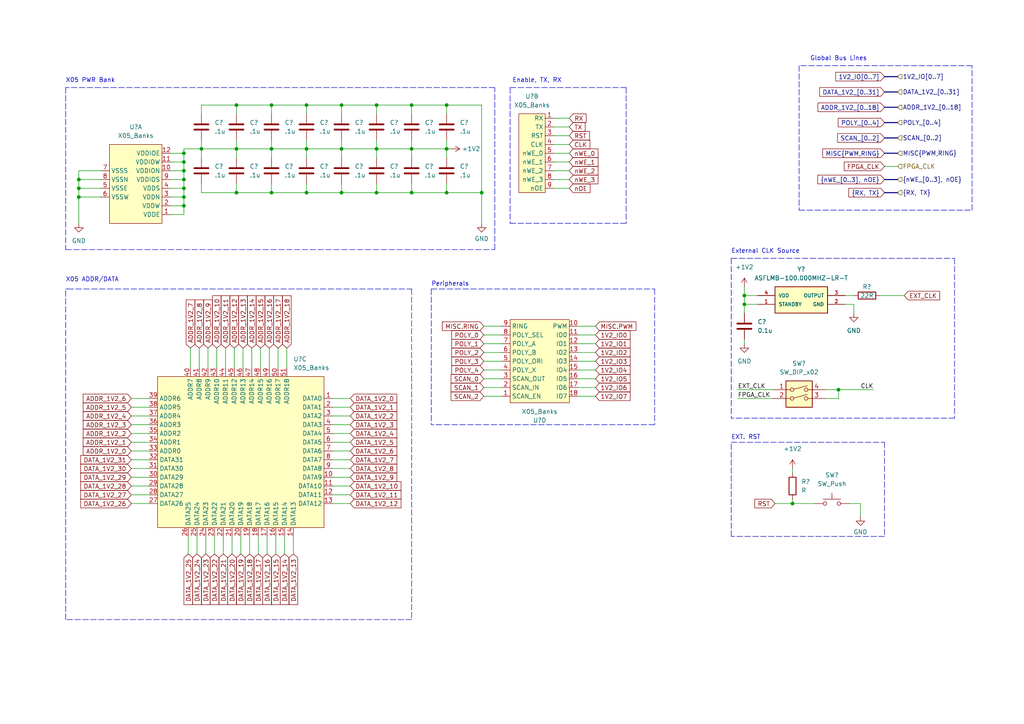
<source format=kicad_sch>
(kicad_sch (version 20211123) (generator eeschema)
  (paper "A4")
  (lib_symbols
    (symbol "AFTx05n:X05_Banks"
      (property "Reference" "U?" (at 0 10.16 0))
      (property "Value" "X05_Banks" (at 0 12.7 0))
      (symbol "X05_Banks_1_1"
        (rectangle (start -7.62 8.89) (end 7.62 -8.89) (fill (type background)))
        (pin input line (at -10.16 6.35 0) (length 2.54) (name "VDDE") (number "1"))
        (pin output line (at 10.16 1.27 180) (length 2.54) (name "VDDION") (number "10"))
        (pin output line (at 10.16 3.81 180) (length 2.54) (name "VDDIOW") (number "11"))
        (pin output line (at 10.16 6.35 180) (length 2.54) (name "VDDIOE") (number "12"))
        (pin input line (at -10.16 3.81 0) (length 2.54) (name "VDDW") (number "2"))
        (pin input line (at -10.16 1.27 0) (length 2.54) (name "VDDN") (number "3"))
        (pin input line (at -10.16 -1.27 0) (length 2.54) (name "VDDS") (number "4"))
        (pin input line (at -10.16 -3.81 0) (length 2.54) (name "VSSE") (number "5"))
        (pin input line (at -10.16 -6.35 0) (length 2.54) (name "VSSW") (number "6"))
        (pin input line (at 10.16 -6.35 180) (length 2.54) (name "VSSS") (number "7"))
        (pin input line (at 10.16 -3.81 180) (length 2.54) (name "VSSN") (number "8"))
        (pin output line (at 10.16 -1.27 180) (length 2.54) (name "VDDIOS") (number "9"))
      )
      (symbol "X05_Banks_2_1"
        (rectangle (start -3.81 8.89) (end 3.81 -13.97) (fill (type background)))
        (pin input line (at 6.35 7.62 180) (length 2.54) (name "RX") (number "1"))
        (pin output line (at 6.35 5.08 180) (length 2.54) (name "TX") (number "2"))
        (pin input line (at 6.35 2.54 180) (length 2.54) (name "RST") (number "3"))
        (pin input line (at 6.35 0 180) (length 2.54) (name "CLK") (number "4"))
        (pin input line (at 6.35 -2.54 180) (length 2.54) (name "nWE_0") (number "5"))
        (pin input line (at 6.35 -5.08 180) (length 2.54) (name "nWE_1") (number "6"))
        (pin input line (at 6.35 -7.62 180) (length 2.54) (name "nWE_2") (number "7"))
        (pin input line (at 6.35 -10.16 180) (length 2.54) (name "nWE_3") (number "8"))
        (pin input line (at 6.35 -12.7 180) (length 2.54) (name "nOE") (number "9"))
      )
      (symbol "X05_Banks_3_1"
        (rectangle (start -23.495 33.655) (end 24.765 -10.16) (fill (type background)))
        (pin bidirectional line (at 27.305 27.305 180) (length 2.54) (name "DATA0") (number "1"))
        (pin bidirectional line (at 27.305 4.445 180) (length 2.54) (name "DATA9") (number "10"))
        (pin bidirectional line (at 27.305 1.905 180) (length 2.54) (name "DATA10") (number "11"))
        (pin bidirectional line (at 27.305 -0.635 180) (length 2.54) (name "DATA11") (number "12"))
        (pin bidirectional line (at 27.305 -3.175 180) (length 2.54) (name "DATA12") (number "13"))
        (pin bidirectional line (at 15.875 -12.7 90) (length 2.54) (name "DATA13") (number "14"))
        (pin bidirectional line (at 13.335 -12.7 90) (length 2.54) (name "DATA14") (number "15"))
        (pin bidirectional line (at 10.795 -12.7 90) (length 2.54) (name "DATA15") (number "16"))
        (pin bidirectional line (at 8.255 -12.7 90) (length 2.54) (name "DATA16") (number "17"))
        (pin bidirectional line (at 5.715 -12.7 90) (length 2.54) (name "DATA17") (number "18"))
        (pin bidirectional line (at 3.175 -12.7 90) (length 2.54) (name "DATA18") (number "19"))
        (pin bidirectional line (at 27.305 24.765 180) (length 2.54) (name "DATA1") (number "2"))
        (pin bidirectional line (at 0.635 -12.7 90) (length 2.54) (name "DATA19") (number "20"))
        (pin bidirectional line (at -1.905 -12.7 90) (length 2.54) (name "DATA20") (number "21"))
        (pin bidirectional line (at -4.445 -12.7 90) (length 2.54) (name "DATA21") (number "22"))
        (pin bidirectional line (at -6.985 -12.7 90) (length 2.54) (name "DATA22") (number "23"))
        (pin bidirectional line (at -9.525 -12.7 90) (length 2.54) (name "DATA23") (number "24"))
        (pin bidirectional line (at -12.065 -12.7 90) (length 2.54) (name "DATA24") (number "25"))
        (pin bidirectional line (at -14.605 -12.7 90) (length 2.54) (name "DATA25") (number "26"))
        (pin bidirectional line (at -26.035 -3.175 0) (length 2.54) (name "DATA26") (number "27"))
        (pin bidirectional line (at -26.035 -0.635 0) (length 2.54) (name "DATA27") (number "28"))
        (pin bidirectional line (at -26.035 1.905 0) (length 2.54) (name "DATA28") (number "29"))
        (pin bidirectional line (at 27.305 22.225 180) (length 2.54) (name "DATA2") (number "3"))
        (pin bidirectional line (at -26.035 4.445 0) (length 2.54) (name "DATA29") (number "30"))
        (pin bidirectional line (at -26.035 6.985 0) (length 2.54) (name "DATA30") (number "31"))
        (pin bidirectional line (at -26.035 9.525 0) (length 2.54) (name "DATA31") (number "32"))
        (pin bidirectional line (at -26.035 12.065 0) (length 2.54) (name "ADDR0") (number "33"))
        (pin bidirectional line (at -26.035 14.605 0) (length 2.54) (name "ADDR1") (number "34"))
        (pin bidirectional line (at -26.035 17.145 0) (length 2.54) (name "ADDR2") (number "35"))
        (pin bidirectional line (at -26.035 19.685 0) (length 2.54) (name "ADDR3") (number "36"))
        (pin bidirectional line (at -26.035 22.225 0) (length 2.54) (name "ADDR4") (number "37"))
        (pin bidirectional line (at -26.035 24.765 0) (length 2.54) (name "ADDR5") (number "38"))
        (pin bidirectional line (at -26.035 27.305 0) (length 2.54) (name "ADDR6") (number "39"))
        (pin bidirectional line (at 27.305 19.685 180) (length 2.54) (name "DATA3") (number "4"))
        (pin bidirectional line (at -13.97 36.195 270) (length 2.54) (name "ADDR7") (number "40"))
        (pin bidirectional line (at -11.43 36.195 270) (length 2.54) (name "ADDR8") (number "41"))
        (pin bidirectional line (at -8.89 36.195 270) (length 2.54) (name "ADDR9") (number "42"))
        (pin bidirectional line (at -6.35 36.195 270) (length 2.54) (name "ADDR10") (number "43"))
        (pin bidirectional line (at -3.81 36.195 270) (length 2.54) (name "ADDR11") (number "44"))
        (pin bidirectional line (at -1.27 36.195 270) (length 2.54) (name "ADDR12") (number "45"))
        (pin bidirectional line (at 1.27 36.195 270) (length 2.54) (name "ADDR13") (number "46"))
        (pin bidirectional line (at 3.81 36.195 270) (length 2.54) (name "ADDR14") (number "47"))
        (pin bidirectional line (at 6.35 36.195 270) (length 2.54) (name "ADDR15") (number "48"))
        (pin bidirectional line (at 8.89 36.195 270) (length 2.54) (name "ADDR16") (number "49"))
        (pin bidirectional line (at 27.305 17.145 180) (length 2.54) (name "DATA4") (number "5"))
        (pin bidirectional line (at 11.43 36.195 270) (length 2.54) (name "ADDR17") (number "50"))
        (pin bidirectional line (at 13.97 36.195 270) (length 2.54) (name "ADDR18") (number "51"))
        (pin bidirectional line (at 27.305 14.605 180) (length 2.54) (name "DATA5") (number "6"))
        (pin bidirectional line (at 27.305 12.065 180) (length 2.54) (name "DATA6") (number "7"))
        (pin bidirectional line (at 27.305 9.525 180) (length 2.54) (name "DATA7") (number "8"))
        (pin bidirectional line (at 27.305 6.985 180) (length 2.54) (name "DATA8") (number "9"))
      )
      (symbol "X05_Banks_4_1"
        (rectangle (start -8.255 8.89) (end 8.89 -15.24) (fill (type background)))
        (pin input line (at 11.43 6.985 180) (length 2.54) (name "SCAN_EN") (number "1"))
        (pin output line (at -10.795 -13.335 0) (length 2.54) (name "PWM") (number "10"))
        (pin bidirectional line (at -10.795 -10.795 0) (length 2.54) (name "IO0") (number "11"))
        (pin bidirectional line (at -10.795 -8.255 0) (length 2.54) (name "IO1") (number "12"))
        (pin bidirectional line (at -10.795 -5.715 0) (length 2.54) (name "IO2") (number "13"))
        (pin bidirectional line (at -10.795 -3.175 0) (length 2.54) (name "IO3") (number "14"))
        (pin bidirectional line (at -10.795 -0.635 0) (length 2.54) (name "IO4") (number "15"))
        (pin bidirectional line (at -10.795 1.905 0) (length 2.54) (name "IO5") (number "16"))
        (pin bidirectional line (at -10.795 4.445 0) (length 2.54) (name "IO6") (number "17"))
        (pin bidirectional line (at -10.795 6.985 0) (length 2.54) (name "IO7") (number "18"))
        (pin input line (at 11.43 4.445 180) (length 2.54) (name "SCAN_IN") (number "2"))
        (pin output line (at 11.43 1.905 180) (length 2.54) (name "SCAN_OUT") (number "3"))
        (pin input line (at 11.43 -0.635 180) (length 2.54) (name "POLY_X") (number "4"))
        (pin input line (at 11.43 -3.175 180) (length 2.54) (name "POLY_ORI") (number "5"))
        (pin input line (at 11.43 -5.715 180) (length 2.54) (name "POLY_B") (number "6"))
        (pin input line (at 11.43 -8.255 180) (length 2.54) (name "POLY_A") (number "7"))
        (pin input line (at 11.43 -10.795 180) (length 2.54) (name "POLY_SEL") (number "8"))
        (pin output line (at 11.43 -13.335 180) (length 2.54) (name "RING") (number "9"))
      )
    )
    (symbol "Device:C" (pin_numbers hide) (pin_names (offset 0.254))
      (property "Reference" "C" (at 0.635 2.54 0))
      (property "Value" "C" (at 0.635 -2.54 0))
      (symbol "C_0_1"
        (polyline (pts (xy -2.032 -0.762) (xy 2.032 -0.762)) (stroke (width 0.508)))
        (polyline (pts (xy -2.032 0.762) (xy 2.032 0.762)) (stroke (width 0.508)))
      )
      (symbol "C_1_1"
        (pin passive line (at 0 3.81 270) (length 2.794) (name "~") (number "1"))
        (pin passive line (at 0 -3.81 90) (length 2.794) (name "~") (number "2"))
      )
    )
    (symbol "Device:R" (pin_numbers hide) (pin_names (offset 0))
      (property "Reference" "R" (at 2.032 0 90))
      (property "Value" "R" (at 0 0 90))
      (symbol "R_0_1"
        (rectangle (start -1.016 -2.54) (end 1.016 2.54) (stroke (width 0.254)))
      )
      (symbol "R_1_1"
        (pin passive line (at 0 3.81 270) (length 1.27) (name "~") (number "1"))
        (pin passive line (at 0 -3.81 90) (length 1.27) (name "~") (number "2"))
      )
    )
    (symbol "Switch:SW_DIP_x02" (pin_names (offset 0) hide)
      (property "Reference" "SW" (at 0 6.35 0))
      (property "Value" "SW_DIP_x02" (at 0 -3.81 0))
      (symbol "SW_DIP_x02_0_0"
        (circle (center -2.032 0) (radius 0.508))
        (circle (center -2.032 2.54) (radius 0.508))
        (polyline (pts (xy -1.524 0.127) (xy 2.3622 1.1684)))
        (polyline (pts (xy -1.524 2.667) (xy 2.3622 3.7084)))
        (circle (center 2.032 0) (radius 0.508))
        (circle (center 2.032 2.54) (radius 0.508))
      )
      (symbol "SW_DIP_x02_0_1"
        (rectangle (start -3.81 5.08) (end 3.81 -2.54) (stroke (width 0.254)) (fill (type background)))
      )
      (symbol "SW_DIP_x02_1_1"
        (pin passive line (at -7.62 2.54 0) (length 5.08) (name "~") (number "1"))
        (pin passive line (at -7.62 0 0) (length 5.08) (name "~") (number "2"))
        (pin passive line (at 7.62 0 180) (length 5.08) (name "~") (number "3"))
        (pin passive line (at 7.62 2.54 180) (length 5.08) (name "~") (number "4"))
      )
    )
    (symbol "Switch:SW_Push" (pin_numbers hide) (pin_names (offset 1.016) hide)
      (property "Reference" "SW" (at 1.27 2.54 0))
      (property "Value" "SW_Push" (at 0 -1.524 0))
      (symbol "SW_Push_0_1"
        (circle (center -2.032 0) (radius 0.508))
        (polyline (pts (xy 0 1.27) (xy 0 3.048)))
        (polyline (pts (xy 2.54 1.27) (xy -2.54 1.27)))
        (circle (center 2.032 0) (radius 0.508))
        (pin passive line (at -5.08 0 0) (length 2.54) (name "1") (number "1"))
        (pin passive line (at 5.08 0 180) (length 2.54) (name "2") (number "2"))
      )
    )
    (symbol "X05_Banks_1"
      (property "Reference" "U?" (at 0 13.97 0))
      (property "Value" "X05_Banks_1" (at 0 11.43 0))
      (symbol "X05_Banks_1_1_1"
        (rectangle (start -7.62 8.89) (end 7.62 -13.97) (fill (type background)))
        (pin input line (at -10.16 6.35 0) (length 2.54) (name "VDDE") (number "1"))
        (pin output line (at -10.16 -6.35 0) (length 2.54) (name "VDDION") (number "10"))
        (pin output line (at -10.16 -8.89 0) (length 2.54) (name "VDDIOW") (number "11"))
        (pin output line (at -10.16 -11.43 0) (length 2.54) (name "VDDIOE") (number "12"))
        (pin input line (at -10.16 3.81 0) (length 2.54) (name "VDDW") (number "2"))
        (pin input line (at -10.16 1.27 0) (length 2.54) (name "VDDN") (number "3"))
        (pin input line (at -10.16 -1.27 0) (length 2.54) (name "VDDS") (number "4"))
        (pin input line (at 10.16 -1.27 180) (length 2.54) (name "VSSE") (number "5"))
        (pin input line (at 10.16 1.27 180) (length 2.54) (name "VSSW") (number "6"))
        (pin input line (at 10.16 -6.35 180) (length 2.54) (name "VSSS") (number "7"))
        (pin input line (at 10.16 -3.81 180) (length 2.54) (name "VSSN") (number "8"))
        (pin output line (at -10.16 -3.81 0) (length 2.54) (name "VDDIOS") (number "9"))
      )
      (symbol "X05_Banks_1_2_1"
        (rectangle (start -3.81 8.89) (end 3.81 -13.97) (fill (type background)))
        (pin input line (at 6.35 7.62 180) (length 2.54) (name "RX") (number "1"))
        (pin output line (at 6.35 5.08 180) (length 2.54) (name "TX") (number "2"))
        (pin input line (at 6.35 2.54 180) (length 2.54) (name "RST") (number "3"))
        (pin input line (at 6.35 0 180) (length 2.54) (name "CLK") (number "4"))
        (pin input line (at 6.35 -2.54 180) (length 2.54) (name "nWE_0") (number "5"))
        (pin input line (at 6.35 -5.08 180) (length 2.54) (name "nWE_1") (number "6"))
        (pin input line (at 6.35 -7.62 180) (length 2.54) (name "nWE_2") (number "7"))
        (pin input line (at 6.35 -10.16 180) (length 2.54) (name "nWE_3") (number "8"))
        (pin input line (at 6.35 -12.7 180) (length 2.54) (name "nOE") (number "9"))
      )
      (symbol "X05_Banks_1_3_1"
        (rectangle (start -23.495 33.655) (end 24.765 -10.16) (fill (type background)))
        (pin bidirectional line (at 27.305 27.305 180) (length 2.54) (name "DATA0") (number "1"))
        (pin bidirectional line (at 27.305 4.445 180) (length 2.54) (name "DATA9") (number "10"))
        (pin bidirectional line (at 27.305 1.905 180) (length 2.54) (name "DATA10") (number "11"))
        (pin bidirectional line (at 27.305 -0.635 180) (length 2.54) (name "DATA11") (number "12"))
        (pin bidirectional line (at 27.305 -3.175 180) (length 2.54) (name "DATA12") (number "13"))
        (pin bidirectional line (at 15.875 -12.7 90) (length 2.54) (name "DATA13") (number "14"))
        (pin bidirectional line (at 13.335 -12.7 90) (length 2.54) (name "DATA14") (number "15"))
        (pin bidirectional line (at 10.795 -12.7 90) (length 2.54) (name "DATA15") (number "16"))
        (pin bidirectional line (at 8.255 -12.7 90) (length 2.54) (name "DATA16") (number "17"))
        (pin bidirectional line (at 5.715 -12.7 90) (length 2.54) (name "DATA17") (number "18"))
        (pin bidirectional line (at 3.175 -12.7 90) (length 2.54) (name "DATA18") (number "19"))
        (pin bidirectional line (at 27.305 24.765 180) (length 2.54) (name "DATA1") (number "2"))
        (pin bidirectional line (at 0.635 -12.7 90) (length 2.54) (name "DATA19") (number "20"))
        (pin bidirectional line (at -1.905 -12.7 90) (length 2.54) (name "DATA20") (number "21"))
        (pin bidirectional line (at -4.445 -12.7 90) (length 2.54) (name "DATA21") (number "22"))
        (pin bidirectional line (at -6.985 -12.7 90) (length 2.54) (name "DATA22") (number "23"))
        (pin bidirectional line (at -9.525 -12.7 90) (length 2.54) (name "DATA23") (number "24"))
        (pin bidirectional line (at -12.065 -12.7 90) (length 2.54) (name "DATA24") (number "25"))
        (pin bidirectional line (at -14.605 -12.7 90) (length 2.54) (name "DATA25") (number "26"))
        (pin bidirectional line (at -26.035 -3.175 0) (length 2.54) (name "DATA26") (number "27"))
        (pin bidirectional line (at -26.035 -0.635 0) (length 2.54) (name "DATA27") (number "28"))
        (pin bidirectional line (at -26.035 1.905 0) (length 2.54) (name "DATA28") (number "29"))
        (pin bidirectional line (at 27.305 22.225 180) (length 2.54) (name "DATA2") (number "3"))
        (pin bidirectional line (at -26.035 4.445 0) (length 2.54) (name "DATA29") (number "30"))
        (pin bidirectional line (at -26.035 6.985 0) (length 2.54) (name "DATA30") (number "31"))
        (pin bidirectional line (at -26.035 9.525 0) (length 2.54) (name "DATA31") (number "32"))
        (pin bidirectional line (at -26.035 12.065 0) (length 2.54) (name "ADDR0") (number "33"))
        (pin bidirectional line (at -26.035 14.605 0) (length 2.54) (name "ADDR1") (number "34"))
        (pin bidirectional line (at -26.035 17.145 0) (length 2.54) (name "ADDR2") (number "35"))
        (pin bidirectional line (at -26.035 19.685 0) (length 2.54) (name "ADDR3") (number "36"))
        (pin bidirectional line (at -26.035 22.225 0) (length 2.54) (name "ADDR4") (number "37"))
        (pin bidirectional line (at -26.035 24.765 0) (length 2.54) (name "ADDR5") (number "38"))
        (pin bidirectional line (at -26.035 27.305 0) (length 2.54) (name "ADDR6") (number "39"))
        (pin bidirectional line (at 27.305 19.685 180) (length 2.54) (name "DATA3") (number "4"))
        (pin bidirectional line (at -13.97 36.195 270) (length 2.54) (name "ADDR7") (number "40"))
        (pin bidirectional line (at -11.43 36.195 270) (length 2.54) (name "ADDR8") (number "41"))
        (pin bidirectional line (at -8.89 36.195 270) (length 2.54) (name "ADDR9") (number "42"))
        (pin bidirectional line (at -6.35 36.195 270) (length 2.54) (name "ADDR10") (number "43"))
        (pin bidirectional line (at -3.81 36.195 270) (length 2.54) (name "ADDR11") (number "44"))
        (pin bidirectional line (at -1.27 36.195 270) (length 2.54) (name "ADDR12") (number "45"))
        (pin bidirectional line (at 1.27 36.195 270) (length 2.54) (name "ADDR13") (number "46"))
        (pin bidirectional line (at 3.81 36.195 270) (length 2.54) (name "ADDR14") (number "47"))
        (pin bidirectional line (at 6.35 36.195 270) (length 2.54) (name "ADDR15") (number "48"))
        (pin bidirectional line (at 8.89 36.195 270) (length 2.54) (name "ADDR16") (number "49"))
        (pin bidirectional line (at 27.305 17.145 180) (length 2.54) (name "DATA4") (number "5"))
        (pin bidirectional line (at 11.43 36.195 270) (length 2.54) (name "ADDR17") (number "50"))
        (pin bidirectional line (at 13.97 36.195 270) (length 2.54) (name "ADDR18") (number "51"))
        (pin bidirectional line (at 27.305 14.605 180) (length 2.54) (name "DATA5") (number "6"))
        (pin bidirectional line (at 27.305 12.065 180) (length 2.54) (name "DATA6") (number "7"))
        (pin bidirectional line (at 27.305 9.525 180) (length 2.54) (name "DATA7") (number "8"))
        (pin bidirectional line (at 27.305 6.985 180) (length 2.54) (name "DATA8") (number "9"))
      )
      (symbol "X05_Banks_1_4_1"
        (rectangle (start -8.255 8.89) (end 8.89 -15.24) (fill (type background)))
        (pin input line (at 11.43 6.985 180) (length 2.54) (name "SCAN_EN") (number "1"))
        (pin output line (at -10.795 -13.335 0) (length 2.54) (name "PWM") (number "10"))
        (pin bidirectional line (at -10.795 -10.795 0) (length 2.54) (name "IO0") (number "11"))
        (pin bidirectional line (at -10.795 -8.255 0) (length 2.54) (name "IO1") (number "12"))
        (pin bidirectional line (at -10.795 -5.715 0) (length 2.54) (name "IO2") (number "13"))
        (pin bidirectional line (at -10.795 -3.175 0) (length 2.54) (name "IO3") (number "14"))
        (pin bidirectional line (at -10.795 -0.635 0) (length 2.54) (name "IO4") (number "15"))
        (pin bidirectional line (at -10.795 1.905 0) (length 2.54) (name "IO5") (number "16"))
        (pin bidirectional line (at -10.795 4.445 0) (length 2.54) (name "IO6") (number "17"))
        (pin bidirectional line (at -10.795 6.985 0) (length 2.54) (name "IO7") (number "18"))
        (pin input line (at 11.43 4.445 180) (length 2.54) (name "SCAN_IN") (number "2"))
        (pin output line (at 11.43 1.905 180) (length 2.54) (name "SCAN_OUT") (number "3"))
        (pin input line (at 11.43 -0.635 180) (length 2.54) (name "POLY_X") (number "4"))
        (pin input line (at 11.43 -3.175 180) (length 2.54) (name "POLY_ORI") (number "5"))
        (pin input line (at 11.43 -5.715 180) (length 2.54) (name "POLY_B") (number "6"))
        (pin input line (at 11.43 -8.255 180) (length 2.54) (name "POLY_A") (number "7"))
        (pin input line (at 11.43 -10.795 180) (length 2.54) (name "POLY_SEL") (number "8"))
        (pin output line (at 11.43 -13.335 180) (length 2.54) (name "RING") (number "9"))
      )
    )
    (symbol "X05_NewDesign_FPGA_lib:ASFLMB-100.000MHZ-LR-T" (pin_names (offset 1.016))
      (property "Reference" "Y" (at -7.62 5.08 0))
      (property "Value" "ASFLMB-100.000MHZ-LR-T" (at -7.62 -6.35 0))
      (symbol "ASFLMB-100.000MHZ-LR-T_0_0"
        (rectangle (start -7.62 3.81) (end 7.62 -3.81) (stroke (width 0.254)) (fill (type background)))
        (pin passive line (at -12.7 -1.27 0) (length 5.08) (name "STANDBY") (number "1"))
        (pin power_in line (at 12.7 -1.27 180) (length 5.08) (name "GND") (number "2"))
        (pin output line (at 12.7 1.27 180) (length 5.08) (name "OUTPUT") (number "3"))
        (pin power_in line (at -12.7 1.27 0) (length 5.08) (name "VDD") (number "4"))
      )
    )
    (symbol "power:+1V2" (power) (pin_names (offset 0))
      (property "Value" "+1V2" (at 0 3.556 0))
      (symbol "+1V2_0_1"
        (polyline (pts (xy -0.762 1.27) (xy 0 2.54)))
        (polyline (pts (xy 0 0) (xy 0 2.54)))
        (polyline (pts (xy 0 2.54) (xy 0.762 1.27)))
      )
      (symbol "+1V2_1_1"
        (pin power_in line (at 0 0 90) (length 0) hide (name "+1V2") (number "1"))
      )
    )
    (symbol "power:GND" (power) (pin_names (offset 0))
      (property "Value" "GND" (at 0 -3.81 0))
      (symbol "GND_0_1"
        (polyline (pts (xy 0 0) (xy 0 -1.27) (xy 1.27 -1.27) (xy 0 -2.54) (xy -1.27 -1.27) (xy 0 -1.27)))
      )
      (symbol "GND_1_1"
        (pin power_in line (at 0 0 270) (length 0) hide (name "GND") (number "1"))
      )
    )
  )
  (junction (at 243.205 113.03))
  (junction (at 215.9 88.265))
  (junction (at 129.54 55.88))
  (junction (at 78.74 55.88))
  (junction (at 68.58 30.48))
  (junction (at 99.06 30.48))
  (junction (at 99.06 43.18))
  (junction (at 53.34 46.99))
  (junction (at 109.22 30.48))
  (junction (at 215.9 85.725))
  (junction (at 78.74 30.48))
  (junction (at 119.38 30.48))
  (junction (at 22.86 54.61))
  (junction (at 109.22 43.18))
  (junction (at 53.34 59.69))
  (junction (at 229.87 146.05))
  (junction (at 53.34 44.45))
  (junction (at 119.38 43.18))
  (junction (at 88.9 30.48))
  (junction (at 109.22 55.88))
  (junction (at 129.54 43.18))
  (junction (at 88.9 55.88))
  (junction (at 22.86 57.15))
  (junction (at 99.06 55.88))
  (junction (at 139.7 55.88))
  (junction (at 53.34 54.61))
  (junction (at 119.38 55.88))
  (junction (at 53.34 57.15))
  (junction (at 58.42 43.18))
  (junction (at 22.86 52.07))
  (junction (at 68.58 55.88))
  (junction (at 88.9 43.18))
  (junction (at 68.58 43.18))
  (junction (at 78.74 43.18))
  (junction (at 129.54 30.48))
  (junction (at 53.34 52.07))
  (junction (at 53.34 49.53))
  (polyline (pts (xy 276.86 121.285) (xy 212.09 121.285)))
  (wire (pts (xy 165.1 54.61) (xy 160.655 54.61)))
  (polyline (pts (xy 256.54 155.575) (xy 212.09 155.575)))
  (wire (pts (xy 58.42 43.18) (xy 58.42 45.72)))
  (wire (pts (xy 58.42 43.18) (xy 68.58 43.18)))
  (wire (pts (xy 99.06 43.18) (xy 99.06 45.72)))
  (wire (pts (xy 172.72 112.395) (xy 167.64 112.395)))
  (wire (pts (xy 88.9 30.48) (xy 88.9 33.02)))
  (wire (pts (xy 246.38 146.05) (xy 249.555 146.05)))
  (wire (pts (xy 224.79 146.05) (xy 229.87 146.05)))
  (wire (pts (xy 38.1 120.65) (xy 43.18 120.65)))
  (wire (pts (xy 99.06 30.48) (xy 99.06 33.02)))
  (wire (pts (xy 62.865 100.965) (xy 62.865 106.68)))
  (wire (pts (xy 239.395 115.57) (xy 243.205 115.57)))
  (wire (pts (xy 119.38 30.48) (xy 119.38 33.02)))
  (wire (pts (xy 53.34 52.07) (xy 53.34 49.53)))
  (wire (pts (xy 38.1 143.51) (xy 43.18 143.51)))
  (wire (pts (xy 49.53 57.15) (xy 53.34 57.15)))
  (wire (pts (xy 99.06 30.48) (xy 109.22 30.48)))
  (wire (pts (xy 247.65 88.265) (xy 247.65 90.805)))
  (wire (pts (xy 140.335 99.695) (xy 145.415 99.695)))
  (wire (pts (xy 22.86 49.53) (xy 22.86 52.07)))
  (wire (pts (xy 38.1 118.11) (xy 43.18 118.11)))
  (wire (pts (xy 129.54 30.48) (xy 139.7 30.48)))
  (wire (pts (xy 78.74 30.48) (xy 88.9 30.48)))
  (wire (pts (xy 109.22 43.18) (xy 109.22 45.72)))
  (polyline (pts (xy 189.865 123.19) (xy 125.095 123.19)))
  (wire (pts (xy 82.55 160.655) (xy 82.55 155.575)))
  (polyline (pts (xy 19.685 83.82) (xy 119.38 83.82)))
  (wire (pts (xy 140.335 104.775) (xy 145.415 104.775)))
  (wire (pts (xy 58.42 40.64) (xy 58.42 43.18)))
  (wire (pts (xy 29.21 49.53) (xy 22.86 49.53)))
  (bus (pts (xy 256.54 52.07) (xy 260.35 52.07)))
  (wire (pts (xy 38.1 123.19) (xy 43.18 123.19)))
  (bus (pts (xy 256.54 40.005) (xy 260.35 40.005)))
  (polyline (pts (xy 143.51 72.39) (xy 143.51 25.4)))
  (wire (pts (xy 53.34 59.69) (xy 53.34 57.15)))
  (polyline (pts (xy 212.09 74.93) (xy 212.09 121.285)))
  (wire (pts (xy 167.64 97.155) (xy 172.72 97.155)))
  (wire (pts (xy 72.39 160.655) (xy 72.39 155.575)))
  (wire (pts (xy 70.485 100.965) (xy 70.485 106.68)))
  (wire (pts (xy 140.335 94.615) (xy 145.415 94.615)))
  (polyline (pts (xy 143.51 25.4) (xy 19.05 25.4)))
  (wire (pts (xy 38.1 115.57) (xy 43.18 115.57)))
  (wire (pts (xy 99.06 40.64) (xy 99.06 43.18)))
  (wire (pts (xy 229.87 135.89) (xy 229.87 137.16)))
  (wire (pts (xy 101.6 128.27) (xy 96.52 128.27)))
  (wire (pts (xy 53.34 43.18) (xy 58.42 43.18)))
  (wire (pts (xy 74.93 160.655) (xy 74.93 155.575)))
  (polyline (pts (xy 181.61 64.77) (xy 147.955 64.77)))
  (wire (pts (xy 101.6 133.35) (xy 96.52 133.35)))
  (wire (pts (xy 49.53 49.53) (xy 53.34 49.53)))
  (polyline (pts (xy 119.38 179.705) (xy 19.05 179.705)))
  (wire (pts (xy 243.205 113.03) (xy 253.365 113.03)))
  (wire (pts (xy 165.1 36.83) (xy 160.655 36.83)))
  (wire (pts (xy 215.9 83.185) (xy 215.9 85.725)))
  (wire (pts (xy 109.22 40.64) (xy 109.22 43.18)))
  (wire (pts (xy 80.645 100.965) (xy 80.645 106.68)))
  (polyline (pts (xy 281.94 60.96) (xy 281.94 19.05)))
  (wire (pts (xy 229.87 146.05) (xy 236.22 146.05)))
  (wire (pts (xy 62.23 160.655) (xy 62.23 155.575)))
  (wire (pts (xy 49.53 46.99) (xy 53.34 46.99)))
  (wire (pts (xy 119.38 40.64) (xy 119.38 43.18)))
  (wire (pts (xy 140.335 112.395) (xy 145.415 112.395)))
  (wire (pts (xy 101.6 135.89) (xy 96.52 135.89)))
  (polyline (pts (xy 231.775 60.96) (xy 281.94 60.96)))
  (wire (pts (xy 38.1 128.27) (xy 43.18 128.27)))
  (polyline (pts (xy 212.09 74.93) (xy 276.86 74.93)))
  (wire (pts (xy 60.325 100.965) (xy 60.325 106.68)))
  (bus (pts (xy 256.54 44.45) (xy 260.35 44.45)))
  (wire (pts (xy 68.58 53.34) (xy 68.58 55.88)))
  (wire (pts (xy 101.6 140.97) (xy 96.52 140.97)))
  (wire (pts (xy 99.06 55.88) (xy 109.22 55.88)))
  (wire (pts (xy 213.995 113.03) (xy 224.155 113.03)))
  (wire (pts (xy 78.74 53.34) (xy 78.74 55.88)))
  (wire (pts (xy 140.335 97.155) (xy 145.415 97.155)))
  (bus (pts (xy 256.54 31.115) (xy 260.35 31.115)))
  (wire (pts (xy 54.61 160.655) (xy 54.61 155.575)))
  (polyline (pts (xy 119.38 83.82) (xy 119.38 179.705)))
  (wire (pts (xy 49.53 54.61) (xy 53.34 54.61)))
  (wire (pts (xy 129.54 55.88) (xy 119.38 55.88)))
  (wire (pts (xy 78.74 43.18) (xy 78.74 45.72)))
  (wire (pts (xy 49.53 44.45) (xy 53.34 44.45)))
  (wire (pts (xy 22.86 57.15) (xy 22.86 64.77)))
  (wire (pts (xy 129.54 43.18) (xy 129.54 45.72)))
  (wire (pts (xy 101.6 146.05) (xy 96.52 146.05)))
  (wire (pts (xy 55.245 100.965) (xy 55.245 106.68)))
  (bus (pts (xy 256.54 35.56) (xy 260.35 35.56)))
  (wire (pts (xy 109.22 55.88) (xy 119.38 55.88)))
  (wire (pts (xy 58.42 53.34) (xy 58.42 55.88)))
  (polyline (pts (xy 19.05 72.39) (xy 143.51 72.39)))
  (wire (pts (xy 119.38 43.18) (xy 119.38 45.72)))
  (wire (pts (xy 229.87 144.78) (xy 229.87 146.05)))
  (wire (pts (xy 67.31 160.655) (xy 67.31 155.575)))
  (wire (pts (xy 53.34 62.23) (xy 53.34 59.69)))
  (wire (pts (xy 245.11 88.265) (xy 247.65 88.265)))
  (wire (pts (xy 172.72 109.855) (xy 167.64 109.855)))
  (wire (pts (xy 77.47 160.655) (xy 77.47 155.575)))
  (wire (pts (xy 101.6 143.51) (xy 96.52 143.51)))
  (wire (pts (xy 140.335 114.935) (xy 145.415 114.935)))
  (wire (pts (xy 256.54 48.26) (xy 260.35 48.26)))
  (wire (pts (xy 53.34 57.15) (xy 53.34 54.61)))
  (polyline (pts (xy 125.095 83.82) (xy 125.095 123.19)))
  (wire (pts (xy 22.86 52.07) (xy 29.21 52.07)))
  (polyline (pts (xy 212.09 128.27) (xy 256.54 128.27)))
  (wire (pts (xy 58.42 30.48) (xy 68.58 30.48)))
  (wire (pts (xy 68.58 30.48) (xy 68.58 33.02)))
  (wire (pts (xy 83.185 100.965) (xy 83.185 106.68)))
  (wire (pts (xy 165.1 46.99) (xy 160.655 46.99)))
  (wire (pts (xy 67.945 100.965) (xy 67.945 106.68)))
  (wire (pts (xy 53.34 49.53) (xy 53.34 46.99)))
  (wire (pts (xy 88.9 30.48) (xy 99.06 30.48)))
  (wire (pts (xy 22.86 54.61) (xy 29.21 54.61)))
  (wire (pts (xy 172.72 104.775) (xy 167.64 104.775)))
  (wire (pts (xy 109.22 30.48) (xy 119.38 30.48)))
  (wire (pts (xy 172.72 114.935) (xy 167.64 114.935)))
  (wire (pts (xy 59.69 160.655) (xy 59.69 155.575)))
  (wire (pts (xy 140.335 109.855) (xy 145.415 109.855)))
  (polyline (pts (xy 276.86 74.93) (xy 276.86 121.285)))
  (wire (pts (xy 38.1 140.97) (xy 43.18 140.97)))
  (wire (pts (xy 129.54 40.64) (xy 129.54 43.18)))
  (wire (pts (xy 49.53 52.07) (xy 53.34 52.07)))
  (bus (pts (xy 256.54 22.225) (xy 260.35 22.225)))
  (bus (pts (xy 256.54 26.67) (xy 260.35 26.67)))
  (wire (pts (xy 139.7 30.48) (xy 139.7 55.88)))
  (wire (pts (xy 119.38 43.18) (xy 129.54 43.18)))
  (wire (pts (xy 165.1 41.91) (xy 160.655 41.91)))
  (wire (pts (xy 101.6 115.57) (xy 96.52 115.57)))
  (wire (pts (xy 215.9 98.425) (xy 215.9 99.695)))
  (wire (pts (xy 78.74 55.88) (xy 88.9 55.88)))
  (wire (pts (xy 78.74 30.48) (xy 78.74 33.02)))
  (polyline (pts (xy 189.865 83.82) (xy 189.865 123.19)))
  (wire (pts (xy 165.1 39.37) (xy 160.655 39.37)))
  (wire (pts (xy 53.34 54.61) (xy 53.34 52.07)))
  (polyline (pts (xy 256.54 128.27) (xy 256.54 155.575)))
  (wire (pts (xy 58.42 55.88) (xy 68.58 55.88)))
  (wire (pts (xy 101.6 130.81) (xy 96.52 130.81)))
  (wire (pts (xy 99.06 53.34) (xy 99.06 55.88)))
  (wire (pts (xy 140.335 107.315) (xy 145.415 107.315)))
  (bus (pts (xy 256.54 55.88) (xy 260.35 55.88)))
  (wire (pts (xy 85.09 160.655) (xy 85.09 155.575)))
  (wire (pts (xy 88.9 43.18) (xy 99.06 43.18)))
  (wire (pts (xy 53.34 44.45) (xy 53.34 43.18)))
  (wire (pts (xy 109.22 30.48) (xy 109.22 33.02)))
  (wire (pts (xy 139.7 55.88) (xy 139.7 64.77)))
  (wire (pts (xy 38.1 130.81) (xy 43.18 130.81)))
  (polyline (pts (xy 19.05 25.4) (xy 19.05 72.39)))
  (wire (pts (xy 109.22 43.18) (xy 119.38 43.18)))
  (wire (pts (xy 101.6 118.11) (xy 96.52 118.11)))
  (wire (pts (xy 68.58 30.48) (xy 78.74 30.48)))
  (wire (pts (xy 57.785 100.965) (xy 57.785 106.68)))
  (wire (pts (xy 80.01 160.655) (xy 80.01 155.575)))
  (wire (pts (xy 165.1 52.07) (xy 160.655 52.07)))
  (polyline (pts (xy 281.94 19.05) (xy 231.775 19.05)))
  (wire (pts (xy 88.9 55.88) (xy 99.06 55.88)))
  (wire (pts (xy 119.38 30.48) (xy 129.54 30.48)))
  (wire (pts (xy 243.205 115.57) (xy 243.205 113.03)))
  (wire (pts (xy 22.86 52.07) (xy 22.86 54.61)))
  (wire (pts (xy 49.53 62.23) (xy 53.34 62.23)))
  (wire (pts (xy 53.34 46.99) (xy 53.34 44.45)))
  (wire (pts (xy 101.6 125.73) (xy 96.52 125.73)))
  (wire (pts (xy 99.06 43.18) (xy 109.22 43.18)))
  (polyline (pts (xy 147.955 25.4) (xy 147.955 64.77)))
  (wire (pts (xy 129.54 43.18) (xy 130.81 43.18)))
  (wire (pts (xy 73.025 100.965) (xy 73.025 106.68)))
  (wire (pts (xy 58.42 30.48) (xy 58.42 33.02)))
  (polyline (pts (xy 212.09 155.575) (xy 212.09 128.27)))
  (wire (pts (xy 129.54 55.88) (xy 139.7 55.88)))
  (wire (pts (xy 22.86 54.61) (xy 22.86 57.15)))
  (polyline (pts (xy 231.775 19.05) (xy 231.775 60.96)))
  (wire (pts (xy 68.58 55.88) (xy 78.74 55.88)))
  (wire (pts (xy 68.58 43.18) (xy 68.58 45.72)))
  (wire (pts (xy 249.555 146.05) (xy 249.555 149.86)))
  (wire (pts (xy 219.71 88.265) (xy 215.9 88.265)))
  (wire (pts (xy 219.71 85.725) (xy 215.9 85.725)))
  (wire (pts (xy 88.9 40.64) (xy 88.9 43.18)))
  (wire (pts (xy 129.54 30.48) (xy 129.54 33.02)))
  (wire (pts (xy 167.64 99.695) (xy 172.72 99.695)))
  (polyline (pts (xy 125.095 83.82) (xy 189.865 83.82)))
  (wire (pts (xy 119.38 53.34) (xy 119.38 55.88)))
  (wire (pts (xy 38.1 135.89) (xy 43.18 135.89)))
  (wire (pts (xy 88.9 43.18) (xy 88.9 45.72)))
  (polyline (pts (xy 19.05 179.705) (xy 19.05 83.82)))
  (polyline (pts (xy 19.05 83.82) (xy 19.685 83.82)))
  (polyline (pts (xy 181.61 25.4) (xy 181.61 64.77)))
  (wire (pts (xy 64.77 160.655) (xy 64.77 155.575)))
  (wire (pts (xy 167.64 107.315) (xy 172.72 107.315)))
  (wire (pts (xy 140.335 102.235) (xy 145.415 102.235)))
  (wire (pts (xy 215.9 88.265) (xy 215.9 90.805)))
  (wire (pts (xy 101.6 123.19) (xy 96.52 123.19)))
  (wire (pts (xy 65.405 100.965) (xy 65.405 106.68)))
  (wire (pts (xy 101.6 138.43) (xy 96.52 138.43)))
  (wire (pts (xy 167.64 94.615) (xy 172.72 94.615)))
  (wire (pts (xy 129.54 53.34) (xy 129.54 55.88)))
  (wire (pts (xy 22.86 57.15) (xy 29.21 57.15)))
  (wire (pts (xy 78.74 43.18) (xy 88.9 43.18)))
  (wire (pts (xy 78.105 100.965) (xy 78.105 106.68)))
  (wire (pts (xy 172.72 102.235) (xy 167.64 102.235)))
  (wire (pts (xy 213.995 115.57) (xy 224.155 115.57)))
  (wire (pts (xy 75.565 100.965) (xy 75.565 106.68)))
  (wire (pts (xy 165.1 44.45) (xy 160.655 44.45)))
  (polyline (pts (xy 147.955 25.4) (xy 181.61 25.4)))
  (wire (pts (xy 239.395 113.03) (xy 243.205 113.03)))
  (wire (pts (xy 245.11 85.725) (xy 247.65 85.725)))
  (wire (pts (xy 69.85 160.655) (xy 69.85 155.575)))
  (wire (pts (xy 109.22 53.34) (xy 109.22 55.88)))
  (wire (pts (xy 165.1 34.29) (xy 160.655 34.29)))
  (wire (pts (xy 38.1 146.05) (xy 43.18 146.05)))
  (wire (pts (xy 68.58 40.64) (xy 68.58 43.18)))
  (wire (pts (xy 101.6 120.65) (xy 96.52 120.65)))
  (wire (pts (xy 215.9 85.725) (xy 215.9 88.265)))
  (wire (pts (xy 165.1 49.53) (xy 160.655 49.53)))
  (wire (pts (xy 38.1 138.43) (xy 43.18 138.43)))
  (wire (pts (xy 57.15 160.655) (xy 57.15 155.575)))
  (wire (pts (xy 68.58 43.18) (xy 78.74 43.18)))
  (wire (pts (xy 88.9 53.34) (xy 88.9 55.88)))
  (wire (pts (xy 38.1 133.35) (xy 43.18 133.35)))
  (wire (pts (xy 49.53 59.69) (xy 53.34 59.69)))
  (wire (pts (xy 78.74 40.64) (xy 78.74 43.18)))
  (wire (pts (xy 255.27 85.725) (xy 262.255 85.725)))
  (wire (pts (xy 38.1 125.73) (xy 43.18 125.73)))
  (text "Enable, TX, RX" (at 148.59 24.13 0) (effects (font (size 1.27 1.27)) (justify left bottom)))
  (text "External CLK Source" (at 212.09 73.66 0) (effects (font (size 1.27 1.27)) (justify left bottom)))
  (text "X05 PWR Bank" (at 19.05 24.13 0) (effects (font (size 1.27 1.27)) (justify left bottom)))
  (text "X05 ADDR/DATA" (at 19.05 81.915 0) (effects (font (size 1.27 1.27)) (justify left bottom)))
  (text "Peripherals" (at 125.095 83.185 0) (effects (font (size 1.27 1.27)) (justify left bottom)))
  (text "Global Bus Lines" (at 234.95 17.78 0) (effects (font (size 1.27 1.27)) (justify left bottom)))
  (text "EXT. RST" (at 212.09 127.635 0) (effects (font (size 1.27 1.27)) (justify left bottom)))
  (label "FPGA_CLK" (at 213.995 115.57 0))
  (label "CLK" (at 253.365 113.03 180))
  (label "EXT_CLK" (at 213.995 113.03 0))
  (global_label "1V2_IO3" (shape input) (at 172.72 104.775 0) (property "Intersheet References" "${INTERSHEET_REFS}" (effects hide)))
  (global_label "DATA_1V2_4" (shape input) (at 101.6 125.73 0) (property "Intersheet References" "${INTERSHEET_REFS}" (effects hide)))
  (global_label "SCAN_2" (shape input) (at 140.335 114.935 180) (property "Intersheet References" "${INTERSHEET_REFS}" (effects hide)))
  (global_label "FPGA_CLK" (shape input) (at 256.54 48.26 180) (property "Intersheet References" "${INTERSHEET_REFS}" (effects hide)))
  (global_label "1V2_IO2" (shape input) (at 172.72 102.235 0) (property "Intersheet References" "${INTERSHEET_REFS}" (effects hide)))
  (global_label "DATA_1V2_9" (shape input) (at 101.6 138.43 0) (property "Intersheet References" "${INTERSHEET_REFS}" (effects hide)))
  (global_label "POLY_2" (shape input) (at 140.335 102.235 180) (property "Intersheet References" "${INTERSHEET_REFS}" (effects hide)))
  (global_label "ADDR_1V2_6" (shape input) (at 38.1 115.57 180) (property "Intersheet References" "${INTERSHEET_REFS}" (effects hide)))
  (global_label "DATA_1V2_27" (shape input) (at 38.1 143.51 180) (property "Intersheet References" "${INTERSHEET_REFS}" (effects hide)))
  (global_label "MISC{PWM,RING}" (shape input) (at 256.54 44.45 180) (property "Intersheet References" "${INTERSHEET_REFS}" (effects hide)))
  (global_label "1V2_IO6" (shape input) (at 172.72 112.395 0) (property "Intersheet References" "${INTERSHEET_REFS}" (effects hide)))
  (global_label "TX" (shape input) (at 165.1 36.83 0) (property "Intersheet References" "${INTERSHEET_REFS}" (effects hide)))
  (global_label "SCAN_0" (shape input) (at 140.335 109.855 180) (property "Intersheet References" "${INTERSHEET_REFS}" (effects hide)))
  (global_label "RX" (shape input) (at 165.1 34.29 0) (property "Intersheet References" "${INTERSHEET_REFS}" (effects hide)))
  (global_label "DATA_1V2_0" (shape input) (at 101.6 115.57 0) (property "Intersheet References" "${INTERSHEET_REFS}" (effects hide)))
  (global_label "DATA_1V2_2" (shape input) (at 101.6 120.65 0) (property "Intersheet References" "${INTERSHEET_REFS}" (effects hide)))
  (global_label "ADDR_1V2_14" (shape input) (at 73.025 100.965 90) (property "Intersheet References" "${INTERSHEET_REFS}" (effects hide)))
  (global_label "DATA_1V2_14" (shape input) (at 82.55 160.655 270) (property "Intersheet References" "${INTERSHEET_REFS}" (effects hide)))
  (global_label "DATA_1V2_15" (shape input) (at 80.01 160.655 270) (property "Intersheet References" "${INTERSHEET_REFS}" (effects hide)))
  (global_label "1V2_IO0" (shape input) (at 172.72 97.155 0) (property "Intersheet References" "${INTERSHEET_REFS}" (effects hide)))
  (global_label "DATA_1V2_21" (shape input) (at 64.77 160.655 270) (property "Intersheet References" "${INTERSHEET_REFS}" (effects hide)))
  (global_label "ADDR_1V2_0" (shape input) (at 38.1 130.81 180) (property "Intersheet References" "${INTERSHEET_REFS}" (effects hide)))
  (global_label "ADDR_1V2_12" (shape input) (at 67.945 100.965 90) (property "Intersheet References" "${INTERSHEET_REFS}" (effects hide)))
  (global_label "1V2_IO[0..7]" (shape input) (at 256.54 22.225 180) (property "Sayfalar Arası Referanslar" "${INTERSHEET_REFS}" (effects hide)))
  (global_label "POLY_4" (shape input) (at 140.335 107.315 180) (property "Intersheet References" "${INTERSHEET_REFS}" (effects hide)))
  (global_label "1V2_IO1" (shape input) (at 172.72 99.695 0) (property "Intersheet References" "${INTERSHEET_REFS}" (effects hide)))
  (global_label "DATA_1V2_19" (shape input) (at 69.85 160.655 270) (property "Intersheet References" "${INTERSHEET_REFS}" (effects hide)))
  (global_label "ADDR_1V2_11" (shape input) (at 65.405 100.965 90) (property "Intersheet References" "${INTERSHEET_REFS}" (effects hide)))
  (global_label "DATA_1V2_11" (shape input) (at 101.6 143.51 0) (property "Intersheet References" "${INTERSHEET_REFS}" (effects hide)))
  (global_label "DATA_1V2_3" (shape input) (at 101.6 123.19 0) (property "Intersheet References" "${INTERSHEET_REFS}" (effects hide)))
  (global_label "MISC.RING" (shape input) (at 140.335 94.615 180) (property "Intersheet References" "${INTERSHEET_REFS}" (effects hide)))
  (global_label "nWE_1" (shape input) (at 165.1 46.99 0) (property "Intersheet References" "${INTERSHEET_REFS}" (effects hide)))
  (global_label "nWE_0" (shape input) (at 165.1 44.45 0) (property "Intersheet References" "${INTERSHEET_REFS}" (effects hide)))
  (global_label "SCAN_[0..2]" (shape input) (at 256.54 40.005 180) (property "Intersheet References" "${INTERSHEET_REFS}" (effects hide)))
  (global_label "DATA_1V2_22" (shape input) (at 62.23 160.655 270) (property "Intersheet References" "${INTERSHEET_REFS}" (effects hide)))
  (global_label "DATA_1V2_5" (shape input) (at 101.6 128.27 0) (property "Intersheet References" "${INTERSHEET_REFS}" (effects hide)))
  (global_label "1V2_IO4" (shape input) (at 172.72 107.315 0) (property "Intersheet References" "${INTERSHEET_REFS}" (effects hide)))
  (global_label "DATA_1V2_18" (shape input) (at 72.39 160.655 270) (property "Intersheet References" "${INTERSHEET_REFS}" (effects hide)))
  (global_label "DATA_1V2_20" (shape input) (at 67.31 160.655 270) (property "Intersheet References" "${INTERSHEET_REFS}" (effects hide)))
  (global_label "1V2_IO5" (shape input) (at 172.72 109.855 0) (property "Intersheet References" "${INTERSHEET_REFS}" (effects hide)))
  (global_label "ADDR_1V2_16" (shape input) (at 78.105 100.965 90) (property "Intersheet References" "${INTERSHEET_REFS}" (effects hide)))
  (global_label "ADDR_1V2_15" (shape input) (at 75.565 100.965 90) (property "Intersheet References" "${INTERSHEET_REFS}" (effects hide)))
  (global_label "DATA_1V2_6" (shape input) (at 101.6 130.81 0) (property "Intersheet References" "${INTERSHEET_REFS}" (effects hide)))
  (global_label "DATA_1V2_25" (shape input) (at 54.61 160.655 270) (property "Intersheet References" "${INTERSHEET_REFS}" (effects hide)))
  (global_label "POLY_1" (shape input) (at 140.335 99.695 180) (property "Intersheet References" "${INTERSHEET_REFS}" (effects hide)))
  (global_label "ADDR_1V2_17" (shape input) (at 80.645 100.965 90) (property "Intersheet References" "${INTERSHEET_REFS}" (effects hide)))
  (global_label "POLY_[0..4]" (shape input) (at 256.54 35.56 180) (property "Intersheet References" "${INTERSHEET_REFS}" (effects hide)))
  (global_label "ADDR_1V2_[0..18]" (shape input) (at 256.54 31.115 180) (property "Intersheet References" "${INTERSHEET_REFS}" (effects hide)))
  (global_label "DATA_1V2_[0..31]" (shape input) (at 256.54 26.67 180) (property "Intersheet References" "${INTERSHEET_REFS}" (effects hide)))
  (global_label "ADDR_1V2_9" (shape input) (at 60.325 100.965 90) (property "Intersheet References" "${INTERSHEET_REFS}" (effects hide)))
  (global_label "ADDR_1V2_1" (shape input) (at 38.1 128.27 180) (property "Intersheet References" "${INTERSHEET_REFS}" (effects hide)))
  (global_label "DATA_1V2_29" (shape input) (at 38.1 138.43 180) (property "Intersheet References" "${INTERSHEET_REFS}" (effects hide)))
  (global_label "ADDR_1V2_7" (shape input) (at 55.245 100.965 90) (property "Intersheet References" "${INTERSHEET_REFS}" (effects hide)))
  (global_label "ADDR_1V2_10" (shape input) (at 62.865 100.965 90) (property "Intersheet References" "${INTERSHEET_REFS}" (effects hide)))
  (global_label "DATA_1V2_12" (shape input) (at 101.6 146.05 0) (property "Intersheet References" "${INTERSHEET_REFS}" (effects hide)))
  (global_label "DATA_1V2_31" (shape input) (at 38.1 133.35 180) (property "Intersheet References" "${INTERSHEET_REFS}" (effects hide)))
  (global_label "ADDR_1V2_13" (shape input) (at 70.485 100.965 90) (property "Intersheet References" "${INTERSHEET_REFS}" (effects hide)))
  (global_label "MISC.PWM" (shape input) (at 172.72 94.615 0) (property "Intersheet References" "${INTERSHEET_REFS}" (effects hide)))
  (global_label "{nWE_[0..3], nOE}" (shape input) (at 256.54 52.07 180) (property "Intersheet References" "${INTERSHEET_REFS}" (effects hide)))
  (global_label "ADDR_1V2_3" (shape input) (at 38.1 123.19 180) (property "Intersheet References" "${INTERSHEET_REFS}" (effects hide)))
  (global_label "DATA_1V2_23" (shape input) (at 59.69 160.655 270) (property "Intersheet References" "${INTERSHEET_REFS}" (effects hide)))
  (global_label "nWE_2" (shape input) (at 165.1 49.53 0) (property "Intersheet References" "${INTERSHEET_REFS}" (effects hide)))
  (global_label "ADDR_1V2_4" (shape input) (at 38.1 120.65 180) (property "Intersheet References" "${INTERSHEET_REFS}" (effects hide)))
  (global_label "DATA_1V2_30" (shape input) (at 38.1 135.89 180) (property "Intersheet References" "${INTERSHEET_REFS}" (effects hide)))
  (global_label "nOE" (shape input) (at 165.1 54.61 0) (property "Intersheet References" "${INTERSHEET_REFS}" (effects hide)))
  (global_label "ADDR_1V2_2" (shape input) (at 38.1 125.73 180) (property "Intersheet References" "${INTERSHEET_REFS}" (effects hide)))
  (global_label "DATA_1V2_13" (shape input) (at 85.09 160.655 270) (property "Intersheet References" "${INTERSHEET_REFS}" (effects hide)))
  (global_label "SCAN_1" (shape input) (at 140.335 112.395 180) (property "Intersheet References" "${INTERSHEET_REFS}" (effects hide)))
  (global_label "ADDR_1V2_18" (shape input) (at 83.185 100.965 90) (property "Intersheet References" "${INTERSHEET_REFS}" (effects hide)))
  (global_label "DATA_1V2_10" (shape input) (at 101.6 140.97 0) (property "Intersheet References" "${INTERSHEET_REFS}" (effects hide)))
  (global_label "RST" (shape input) (at 165.1 39.37 0) (property "Intersheet References" "${INTERSHEET_REFS}" (effects hide)))
  (global_label "DATA_1V2_16" (shape input) (at 77.47 160.655 270) (property "Intersheet References" "${INTERSHEET_REFS}" (effects hide)))
  (global_label "DATA_1V2_1" (shape input) (at 101.6 118.11 0) (property "Intersheet References" "${INTERSHEET_REFS}" (effects hide)))
  (global_label "{RX, TX}" (shape input) (at 256.54 55.88 180) (property "Intersheet References" "${INTERSHEET_REFS}" (effects hide)))
  (global_label "DATA_1V2_28" (shape input) (at 38.1 140.97 180) (property "Intersheet References" "${INTERSHEET_REFS}" (effects hide)))
  (global_label "RST" (shape input) (at 224.79 146.05 180) (property "Intersheet References" "${INTERSHEET_REFS}" (effects hide)))
  (global_label "nWE_3" (shape input) (at 165.1 52.07 0) (property "Intersheet References" "${INTERSHEET_REFS}" (effects hide)))
  (global_label "DATA_1V2_26" (shape input) (at 38.1 146.05 180) (property "Intersheet References" "${INTERSHEET_REFS}" (effects hide)))
  (global_label "ADDR_1V2_8" (shape input) (at 57.785 100.965 90) (property "Intersheet References" "${INTERSHEET_REFS}" (effects hide)))
  (global_label "POLY_3" (shape input) (at 140.335 104.775 180) (property "Intersheet References" "${INTERSHEET_REFS}" (effects hide)))
  (global_label "1V2_IO7" (shape input) (at 172.72 114.935 0) (property "Intersheet References" "${INTERSHEET_REFS}" (effects hide)))
  (global_label "DATA_1V2_7" (shape input) (at 101.6 133.35 0) (property "Intersheet References" "${INTERSHEET_REFS}" (effects hide)))
  (global_label "EXT_CLK" (shape input) (at 262.255 85.725 0) (property "Intersheet References" "${INTERSHEET_REFS}" (effects hide)))
  (global_label "ADDR_1V2_5" (shape input) (at 38.1 118.11 180) (property "Intersheet References" "${INTERSHEET_REFS}" (effects hide)))
  (global_label "DATA_1V2_8" (shape input) (at 101.6 135.89 0) (property "Intersheet References" "${INTERSHEET_REFS}" (effects hide)))
  (global_label "DATA_1V2_24" (shape input) (at 57.15 160.655 270) (property "Intersheet References" "${INTERSHEET_REFS}" (effects hide)))
  (global_label "POLY_0" (shape input) (at 140.335 97.155 180) (property "Intersheet References" "${INTERSHEET_REFS}" (effects hide)))
  (global_label "CLK" (shape input) (at 165.1 41.91 0) (property "Intersheet References" "${INTERSHEET_REFS}" (effects hide)))
  (global_label "DATA_1V2_17" (shape input) (at 74.93 160.655 270) (property "Intersheet References" "${INTERSHEET_REFS}" (effects hide)))
  (hierarchical_label "MISC{PWM,RING}" (shape input) (at 260.35 44.45 0))
  (hierarchical_label "DATA_1V2_[0..31]" (shape input) (at 260.35 26.67 0))
  (hierarchical_label "{nWE_[0..3], nOE}" (shape input) (at 260.35 52.07 0))
  (hierarchical_label "SCAN_[0..2]" (shape input) (at 260.35 40.005 0))
  (hierarchical_label "1V2_IO[0..7]" (shape input) (at 260.35 22.225 0))
  (hierarchical_label "ADDR_1V2_[0..18]" (shape input) (at 260.35 31.115 0))
  (hierarchical_label "{RX, TX}" (shape input) (at 260.35 55.88 0))
  (hierarchical_label "POLY_[0..4]" (shape input) (at 260.35 35.56 0))
  (hierarchical_label "FPGA_CLK" (shape input) (at 260.35 48.26 0))
  (symbol (lib_id "power:GND") (at 247.65 90.805 0) (unit 1)
    (property "Reference" "#PWR?" (effects hide))
    (property "Value" "GND" (at 247.65 95.885 0))
  )
  (symbol (lib_id "Device:C") (at 119.38 49.53 0) (unit 1)
    (property "Reference" "C?" (at 123.19 48.2599 0) (effects (justify left)))
    (property "Value" ".1u" (at 123.19 50.7999 0) (effects (justify left)))
  )
  (symbol (lib_id "Device:C") (at 119.38 36.83 0) (unit 1)
    (property "Reference" "C?" (at 123.19 35.5599 0) (effects (justify left)))
    (property "Value" ".1u" (at 123.19 38.0999 0) (effects (justify left)))
  )
  (symbol (lib_id "Device:R") (at 251.46 85.725 90) (unit 1)
    (property "Reference" "R?" (at 251.46 83.185 90))
    (property "Value" "22R" (at 251.46 85.725 90))
  )
  (symbol (lib_id "Switch:SW_DIP_x02") (at 231.775 115.57 0) (unit 1)
    (property "Reference" "SW?" (at 231.775 105.41 0))
    (property "Value" "SW_DIP_x02" (at 231.775 107.95 0))
  )
  (symbol (lib_id "power:GND") (at 139.7 64.77 0) (unit 1)
    (property "Reference" "#PWR?" (effects hide))
    (property "Value" "GND" (at 139.7 69.215 0))
  )
  (symbol (lib_id "Switch:SW_Push") (at 241.3 146.05 0) (unit 1)
    (property "Reference" "SW?" (at 241.3 137.795 0))
    (property "Value" "SW_Push" (at 241.3 140.335 0))
  )
  (symbol (lib_id "Device:C") (at 68.58 36.83 0) (unit 1)
    (property "Reference" "C?" (at 72.39 35.5599 0) (effects (justify left)))
    (property "Value" ".1u" (at 72.39 38.0999 0) (effects (justify left)))
  )
  (symbol (lib_id "power:GND") (at 22.86 64.77 0) (unit 1)
    (property "Reference" "#PWR?" (effects hide))
    (property "Value" "GND" (at 22.86 69.85 0))
  )
  (symbol (lib_id "AFTx05n:X05_Banks") (at 69.215 142.875 0) (unit 3)
    (property "Reference" "U?" (at 85.09 104.14 0) (effects (justify left)))
    (property "Value" "X05_Banks" (at 85.09 106.68 0) (effects (justify left)))
  )
  (symbol (lib_id "Device:C") (at 109.22 49.53 0) (unit 1)
    (property "Reference" "C?" (at 113.03 48.2599 0) (effects (justify left)))
    (property "Value" ".1u" (at 113.03 50.7999 0) (effects (justify left)))
  )
  (symbol (lib_id "power:+1V2") (at 130.81 43.18 270) (unit 1)
    (property "Reference" "#PWR?" (effects hide))
    (property "Value" "+1V2" (at 133.985 43.1799 90) (effects (justify left)))
  )
  (symbol (lib_id "Device:C") (at 58.42 49.53 0) (unit 1)
    (property "Reference" "C?" (at 62.23 48.2599 0) (effects (justify left)))
    (property "Value" ".1u" (at 62.23 50.7999 0) (effects (justify left)))
  )
  (symbol (lib_id "Device:C") (at 78.74 36.83 0) (unit 1)
    (property "Reference" "C?" (at 82.55 35.5599 0) (effects (justify left)))
    (property "Value" ".1u" (at 82.55 38.0999 0) (effects (justify left)))
  )
  (symbol (lib_name "X05_Banks_1") (lib_id "AFTx05n:X05_Banks") (at 39.37 55.88 180) (unit 1)
    (property "Reference" "U?" (at 39.37 36.83 0))
    (property "Value" "X05_Banks" (at 39.37 39.37 0))
  )
  (symbol (lib_id "Device:C") (at 129.54 36.83 0) (unit 1)
    (property "Reference" "C?" (at 133.35 35.5599 0) (effects (justify left)))
    (property "Value" ".1u" (at 133.35 38.0999 0) (effects (justify left)))
  )
  (symbol (lib_id "Device:C") (at 88.9 49.53 0) (unit 1)
    (property "Reference" "C?" (at 92.71 48.2599 0) (effects (justify left)))
    (property "Value" ".1u" (at 92.71 50.7999 0) (effects (justify left)))
  )
  (symbol (lib_id "Device:C") (at 68.58 49.53 0) (unit 1)
    (property "Reference" "C?" (at 72.39 48.2599 0) (effects (justify left)))
    (property "Value" ".1u" (at 72.39 50.7999 0) (effects (justify left)))
  )
  (symbol (lib_id "Device:C") (at 78.74 49.53 0) (unit 1)
    (property "Reference" "C?" (at 82.55 48.2599 0) (effects (justify left)))
    (property "Value" ".1u" (at 82.55 50.7999 0) (effects (justify left)))
  )
  (symbol (lib_id "AFTx05n:X05_Banks") (at 154.305 41.91 0) (unit 2)
    (property "Reference" "U?" (at 154.305 27.94 0))
    (property "Value" "X05_Banks" (at 154.305 30.48 0))
  )
  (symbol (lib_id "Device:C") (at 99.06 49.53 0) (unit 1)
    (property "Reference" "C?" (at 102.87 48.2599 0) (effects (justify left)))
    (property "Value" ".1u" (at 102.87 50.7999 0) (effects (justify left)))
  )
  (symbol (lib_id "X05_NewDesign_FPGA_lib:ASFLMB-100.000MHZ-LR-T") (at 232.41 86.995 0) (unit 1)
    (property "Reference" "Y?" (at 232.41 78.105 0))
    (property "Value" "ASFLMB-100.000MHZ-LR-T" (at 232.41 80.645 0))
    (property "Footprint" "XTAL_ASFLMB-100.000MHZ-LR-T" (effects hide))
    (property "MAXIMUM_PACKAGE_HEIGHT" "0.9" (effects hide))
    (property "SNAPEDA_PN" "ASFLMB-100.000MHZ-LR-T" (effects hide))
    (property "PARTREV" "1.4.2021" (effects hide))
    (property "STANDARD" "Manufacturer Recommendations" (effects hide))
    (property "MANUFACTURER" "Abracon" (effects hide))
  )
  (symbol (lib_id "power:+1V2") (at 215.9 83.185 0) (unit 1)
    (property "Reference" "#PWR?" (effects hide))
    (property "Value" "+1V2" (at 215.9 77.47 0))
  )
  (symbol (lib_id "power:+1V2") (at 229.87 135.89 0) (unit 1)
    (property "Reference" "#PWR?" (effects hide))
    (property "Value" "+1V2" (at 229.87 130.175 0))
  )
  (symbol (lib_id "Device:C") (at 109.22 36.83 0) (unit 1)
    (property "Reference" "C?" (at 113.03 35.5599 0) (effects (justify left)))
    (property "Value" ".1u" (at 113.03 38.0999 0) (effects (justify left)))
  )
  (symbol (lib_id "power:GND") (at 215.9 99.695 0) (unit 1)
    (property "Reference" "#PWR?" (effects hide))
    (property "Value" "GND" (at 215.9 104.775 0))
  )
  (symbol (lib_id "AFTx05n:X05_Banks") (at 156.845 107.95 180) (unit 4)
    (property "Reference" "U?" (at 156.5275 121.92 0))
    (property "Value" "X05_Banks" (at 156.5275 119.38 0))
  )
  (symbol (lib_id "Device:C") (at 99.06 36.83 0) (unit 1)
    (property "Reference" "C?" (at 102.87 35.5599 0) (effects (justify left)))
    (property "Value" ".1u" (at 102.87 38.0999 0) (effects (justify left)))
  )
  (symbol (lib_id "Device:C") (at 88.9 36.83 0) (unit 1)
    (property "Reference" "C?" (at 92.71 35.5599 0) (effects (justify left)))
    (property "Value" ".1u" (at 92.71 38.0999 0) (effects (justify left)))
  )
  (symbol (lib_id "Device:R") (at 229.87 140.97 0) (unit 1)
    (property "Reference" "R?" (at 232.41 139.6999 0) (effects (justify left)))
    (property "Value" "R" (at 232.41 142.2399 0) (effects (justify left)))
  )
  (symbol (lib_id "Device:C") (at 215.9 94.615 0) (unit 1)
    (property "Reference" "C?" (at 219.71 93.3449 0) (effects (justify left)))
    (property "Value" "0.1u" (at 219.71 95.8849 0) (effects (justify left)))
  )
  (symbol (lib_id "Device:C") (at 58.42 36.83 0) (unit 1)
    (property "Reference" "C?" (at 62.23 35.5599 0) (effects (justify left)))
    (property "Value" ".1u" (at 62.23 38.0999 0) (effects (justify left)))
  )
  (symbol (lib_id "Device:C") (at 129.54 49.53 0) (unit 1)
    (property "Reference" "C?" (at 133.35 48.2599 0) (effects (justify left)))
    (property "Value" ".1u" (at 133.35 50.7999 0) (effects (justify left)))
  )
  (symbol (lib_id "power:GND") (at 249.555 149.86 0) (unit 1)
    (property "Reference" "#PWR?" (effects hide))
    (property "Value" "GND" (at 249.555 154.305 0))
  )
)
</source>
